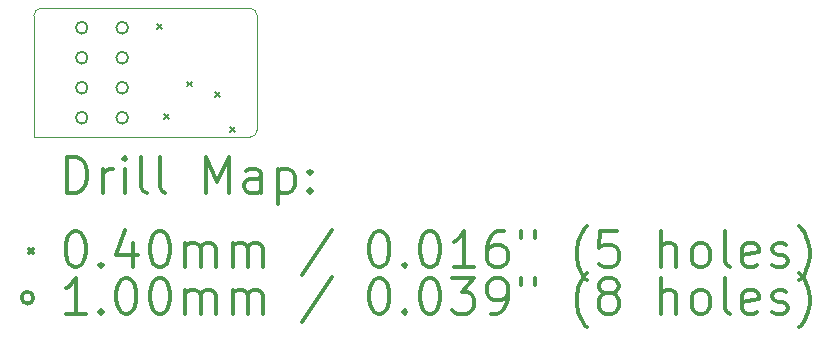
<source format=gbr>
%FSLAX45Y45*%
G04 Gerber Fmt 4.5, Leading zero omitted, Abs format (unit mm)*
G04 Created by KiCad (PCBNEW (5.1.6)-1) date 2025-01-10 10:07:42*
%MOMM*%
%LPD*%
G01*
G04 APERTURE LIST*
%TA.AperFunction,Profile*%
%ADD10C,0.050000*%
%TD*%
%ADD11C,0.200000*%
%ADD12C,0.300000*%
G04 APERTURE END LIST*
D10*
X14465300Y-8223250D02*
X16230600Y-8223250D01*
X16230600Y-8223250D02*
G75*
G02*
X16294100Y-8286750I0J-63500D01*
G01*
X16230600Y-9315450D02*
X14401800Y-9315450D01*
X16294100Y-9251950D02*
G75*
G02*
X16230600Y-9315450I-63500J0D01*
G01*
X14401800Y-9315450D02*
X14401800Y-8286750D01*
X14401800Y-8286750D02*
G75*
G02*
X14465300Y-8223250I63500J0D01*
G01*
X16294100Y-8286750D02*
X16294100Y-9251950D01*
D11*
X15448600Y-8355650D02*
X15488600Y-8395650D01*
X15488600Y-8355650D02*
X15448600Y-8395650D01*
X15505750Y-9117650D02*
X15545750Y-9157650D01*
X15545750Y-9117650D02*
X15505750Y-9157650D01*
X15702600Y-8844600D02*
X15742600Y-8884600D01*
X15742600Y-8844600D02*
X15702600Y-8884600D01*
X15937550Y-8933500D02*
X15977550Y-8973500D01*
X15977550Y-8933500D02*
X15937550Y-8973500D01*
X16064550Y-9232950D02*
X16104550Y-9272950D01*
X16104550Y-9232950D02*
X16064550Y-9272950D01*
X14858200Y-8388350D02*
G75*
G03*
X14858200Y-8388350I-50000J0D01*
G01*
X14858200Y-8642350D02*
G75*
G03*
X14858200Y-8642350I-50000J0D01*
G01*
X14858200Y-8896350D02*
G75*
G03*
X14858200Y-8896350I-50000J0D01*
G01*
X14858200Y-9150350D02*
G75*
G03*
X14858200Y-9150350I-50000J0D01*
G01*
X15201100Y-8388350D02*
G75*
G03*
X15201100Y-8388350I-50000J0D01*
G01*
X15201100Y-8642350D02*
G75*
G03*
X15201100Y-8642350I-50000J0D01*
G01*
X15201100Y-8896350D02*
G75*
G03*
X15201100Y-8896350I-50000J0D01*
G01*
X15201100Y-9150350D02*
G75*
G03*
X15201100Y-9150350I-50000J0D01*
G01*
D12*
X14685728Y-9783664D02*
X14685728Y-9483664D01*
X14757157Y-9483664D01*
X14800014Y-9497950D01*
X14828586Y-9526522D01*
X14842871Y-9555093D01*
X14857157Y-9612236D01*
X14857157Y-9655093D01*
X14842871Y-9712236D01*
X14828586Y-9740807D01*
X14800014Y-9769379D01*
X14757157Y-9783664D01*
X14685728Y-9783664D01*
X14985728Y-9783664D02*
X14985728Y-9583664D01*
X14985728Y-9640807D02*
X15000014Y-9612236D01*
X15014300Y-9597950D01*
X15042871Y-9583664D01*
X15071443Y-9583664D01*
X15171443Y-9783664D02*
X15171443Y-9583664D01*
X15171443Y-9483664D02*
X15157157Y-9497950D01*
X15171443Y-9512236D01*
X15185728Y-9497950D01*
X15171443Y-9483664D01*
X15171443Y-9512236D01*
X15357157Y-9783664D02*
X15328586Y-9769379D01*
X15314300Y-9740807D01*
X15314300Y-9483664D01*
X15514300Y-9783664D02*
X15485728Y-9769379D01*
X15471443Y-9740807D01*
X15471443Y-9483664D01*
X15857157Y-9783664D02*
X15857157Y-9483664D01*
X15957157Y-9697950D01*
X16057157Y-9483664D01*
X16057157Y-9783664D01*
X16328586Y-9783664D02*
X16328586Y-9626522D01*
X16314300Y-9597950D01*
X16285728Y-9583664D01*
X16228586Y-9583664D01*
X16200014Y-9597950D01*
X16328586Y-9769379D02*
X16300014Y-9783664D01*
X16228586Y-9783664D01*
X16200014Y-9769379D01*
X16185728Y-9740807D01*
X16185728Y-9712236D01*
X16200014Y-9683664D01*
X16228586Y-9669379D01*
X16300014Y-9669379D01*
X16328586Y-9655093D01*
X16471443Y-9583664D02*
X16471443Y-9883664D01*
X16471443Y-9597950D02*
X16500014Y-9583664D01*
X16557157Y-9583664D01*
X16585728Y-9597950D01*
X16600014Y-9612236D01*
X16614300Y-9640807D01*
X16614300Y-9726522D01*
X16600014Y-9755093D01*
X16585728Y-9769379D01*
X16557157Y-9783664D01*
X16500014Y-9783664D01*
X16471443Y-9769379D01*
X16742871Y-9755093D02*
X16757157Y-9769379D01*
X16742871Y-9783664D01*
X16728586Y-9769379D01*
X16742871Y-9755093D01*
X16742871Y-9783664D01*
X16742871Y-9597950D02*
X16757157Y-9612236D01*
X16742871Y-9626522D01*
X16728586Y-9612236D01*
X16742871Y-9597950D01*
X16742871Y-9626522D01*
X14359300Y-10257950D02*
X14399300Y-10297950D01*
X14399300Y-10257950D02*
X14359300Y-10297950D01*
X14742871Y-10113664D02*
X14771443Y-10113664D01*
X14800014Y-10127950D01*
X14814300Y-10142236D01*
X14828586Y-10170807D01*
X14842871Y-10227950D01*
X14842871Y-10299379D01*
X14828586Y-10356522D01*
X14814300Y-10385093D01*
X14800014Y-10399379D01*
X14771443Y-10413664D01*
X14742871Y-10413664D01*
X14714300Y-10399379D01*
X14700014Y-10385093D01*
X14685728Y-10356522D01*
X14671443Y-10299379D01*
X14671443Y-10227950D01*
X14685728Y-10170807D01*
X14700014Y-10142236D01*
X14714300Y-10127950D01*
X14742871Y-10113664D01*
X14971443Y-10385093D02*
X14985728Y-10399379D01*
X14971443Y-10413664D01*
X14957157Y-10399379D01*
X14971443Y-10385093D01*
X14971443Y-10413664D01*
X15242871Y-10213664D02*
X15242871Y-10413664D01*
X15171443Y-10099379D02*
X15100014Y-10313664D01*
X15285728Y-10313664D01*
X15457157Y-10113664D02*
X15485728Y-10113664D01*
X15514300Y-10127950D01*
X15528586Y-10142236D01*
X15542871Y-10170807D01*
X15557157Y-10227950D01*
X15557157Y-10299379D01*
X15542871Y-10356522D01*
X15528586Y-10385093D01*
X15514300Y-10399379D01*
X15485728Y-10413664D01*
X15457157Y-10413664D01*
X15428586Y-10399379D01*
X15414300Y-10385093D01*
X15400014Y-10356522D01*
X15385728Y-10299379D01*
X15385728Y-10227950D01*
X15400014Y-10170807D01*
X15414300Y-10142236D01*
X15428586Y-10127950D01*
X15457157Y-10113664D01*
X15685728Y-10413664D02*
X15685728Y-10213664D01*
X15685728Y-10242236D02*
X15700014Y-10227950D01*
X15728586Y-10213664D01*
X15771443Y-10213664D01*
X15800014Y-10227950D01*
X15814300Y-10256522D01*
X15814300Y-10413664D01*
X15814300Y-10256522D02*
X15828586Y-10227950D01*
X15857157Y-10213664D01*
X15900014Y-10213664D01*
X15928586Y-10227950D01*
X15942871Y-10256522D01*
X15942871Y-10413664D01*
X16085728Y-10413664D02*
X16085728Y-10213664D01*
X16085728Y-10242236D02*
X16100014Y-10227950D01*
X16128586Y-10213664D01*
X16171443Y-10213664D01*
X16200014Y-10227950D01*
X16214300Y-10256522D01*
X16214300Y-10413664D01*
X16214300Y-10256522D02*
X16228586Y-10227950D01*
X16257157Y-10213664D01*
X16300014Y-10213664D01*
X16328586Y-10227950D01*
X16342871Y-10256522D01*
X16342871Y-10413664D01*
X16928586Y-10099379D02*
X16671443Y-10485093D01*
X17314300Y-10113664D02*
X17342871Y-10113664D01*
X17371443Y-10127950D01*
X17385728Y-10142236D01*
X17400014Y-10170807D01*
X17414300Y-10227950D01*
X17414300Y-10299379D01*
X17400014Y-10356522D01*
X17385728Y-10385093D01*
X17371443Y-10399379D01*
X17342871Y-10413664D01*
X17314300Y-10413664D01*
X17285728Y-10399379D01*
X17271443Y-10385093D01*
X17257157Y-10356522D01*
X17242871Y-10299379D01*
X17242871Y-10227950D01*
X17257157Y-10170807D01*
X17271443Y-10142236D01*
X17285728Y-10127950D01*
X17314300Y-10113664D01*
X17542871Y-10385093D02*
X17557157Y-10399379D01*
X17542871Y-10413664D01*
X17528586Y-10399379D01*
X17542871Y-10385093D01*
X17542871Y-10413664D01*
X17742871Y-10113664D02*
X17771443Y-10113664D01*
X17800014Y-10127950D01*
X17814300Y-10142236D01*
X17828586Y-10170807D01*
X17842871Y-10227950D01*
X17842871Y-10299379D01*
X17828586Y-10356522D01*
X17814300Y-10385093D01*
X17800014Y-10399379D01*
X17771443Y-10413664D01*
X17742871Y-10413664D01*
X17714300Y-10399379D01*
X17700014Y-10385093D01*
X17685728Y-10356522D01*
X17671443Y-10299379D01*
X17671443Y-10227950D01*
X17685728Y-10170807D01*
X17700014Y-10142236D01*
X17714300Y-10127950D01*
X17742871Y-10113664D01*
X18128586Y-10413664D02*
X17957157Y-10413664D01*
X18042871Y-10413664D02*
X18042871Y-10113664D01*
X18014300Y-10156522D01*
X17985728Y-10185093D01*
X17957157Y-10199379D01*
X18385728Y-10113664D02*
X18328586Y-10113664D01*
X18300014Y-10127950D01*
X18285728Y-10142236D01*
X18257157Y-10185093D01*
X18242871Y-10242236D01*
X18242871Y-10356522D01*
X18257157Y-10385093D01*
X18271443Y-10399379D01*
X18300014Y-10413664D01*
X18357157Y-10413664D01*
X18385728Y-10399379D01*
X18400014Y-10385093D01*
X18414300Y-10356522D01*
X18414300Y-10285093D01*
X18400014Y-10256522D01*
X18385728Y-10242236D01*
X18357157Y-10227950D01*
X18300014Y-10227950D01*
X18271443Y-10242236D01*
X18257157Y-10256522D01*
X18242871Y-10285093D01*
X18528586Y-10113664D02*
X18528586Y-10170807D01*
X18642871Y-10113664D02*
X18642871Y-10170807D01*
X19085728Y-10527950D02*
X19071443Y-10513664D01*
X19042871Y-10470807D01*
X19028586Y-10442236D01*
X19014300Y-10399379D01*
X19000014Y-10327950D01*
X19000014Y-10270807D01*
X19014300Y-10199379D01*
X19028586Y-10156522D01*
X19042871Y-10127950D01*
X19071443Y-10085093D01*
X19085728Y-10070807D01*
X19342871Y-10113664D02*
X19200014Y-10113664D01*
X19185728Y-10256522D01*
X19200014Y-10242236D01*
X19228586Y-10227950D01*
X19300014Y-10227950D01*
X19328586Y-10242236D01*
X19342871Y-10256522D01*
X19357157Y-10285093D01*
X19357157Y-10356522D01*
X19342871Y-10385093D01*
X19328586Y-10399379D01*
X19300014Y-10413664D01*
X19228586Y-10413664D01*
X19200014Y-10399379D01*
X19185728Y-10385093D01*
X19714300Y-10413664D02*
X19714300Y-10113664D01*
X19842871Y-10413664D02*
X19842871Y-10256522D01*
X19828586Y-10227950D01*
X19800014Y-10213664D01*
X19757157Y-10213664D01*
X19728586Y-10227950D01*
X19714300Y-10242236D01*
X20028586Y-10413664D02*
X20000014Y-10399379D01*
X19985728Y-10385093D01*
X19971443Y-10356522D01*
X19971443Y-10270807D01*
X19985728Y-10242236D01*
X20000014Y-10227950D01*
X20028586Y-10213664D01*
X20071443Y-10213664D01*
X20100014Y-10227950D01*
X20114300Y-10242236D01*
X20128586Y-10270807D01*
X20128586Y-10356522D01*
X20114300Y-10385093D01*
X20100014Y-10399379D01*
X20071443Y-10413664D01*
X20028586Y-10413664D01*
X20300014Y-10413664D02*
X20271443Y-10399379D01*
X20257157Y-10370807D01*
X20257157Y-10113664D01*
X20528586Y-10399379D02*
X20500014Y-10413664D01*
X20442871Y-10413664D01*
X20414300Y-10399379D01*
X20400014Y-10370807D01*
X20400014Y-10256522D01*
X20414300Y-10227950D01*
X20442871Y-10213664D01*
X20500014Y-10213664D01*
X20528586Y-10227950D01*
X20542871Y-10256522D01*
X20542871Y-10285093D01*
X20400014Y-10313664D01*
X20657157Y-10399379D02*
X20685728Y-10413664D01*
X20742871Y-10413664D01*
X20771443Y-10399379D01*
X20785728Y-10370807D01*
X20785728Y-10356522D01*
X20771443Y-10327950D01*
X20742871Y-10313664D01*
X20700014Y-10313664D01*
X20671443Y-10299379D01*
X20657157Y-10270807D01*
X20657157Y-10256522D01*
X20671443Y-10227950D01*
X20700014Y-10213664D01*
X20742871Y-10213664D01*
X20771443Y-10227950D01*
X20885728Y-10527950D02*
X20900014Y-10513664D01*
X20928586Y-10470807D01*
X20942871Y-10442236D01*
X20957157Y-10399379D01*
X20971443Y-10327950D01*
X20971443Y-10270807D01*
X20957157Y-10199379D01*
X20942871Y-10156522D01*
X20928586Y-10127950D01*
X20900014Y-10085093D01*
X20885728Y-10070807D01*
X14399300Y-10673950D02*
G75*
G03*
X14399300Y-10673950I-50000J0D01*
G01*
X14842871Y-10809664D02*
X14671443Y-10809664D01*
X14757157Y-10809664D02*
X14757157Y-10509664D01*
X14728586Y-10552522D01*
X14700014Y-10581093D01*
X14671443Y-10595379D01*
X14971443Y-10781093D02*
X14985728Y-10795379D01*
X14971443Y-10809664D01*
X14957157Y-10795379D01*
X14971443Y-10781093D01*
X14971443Y-10809664D01*
X15171443Y-10509664D02*
X15200014Y-10509664D01*
X15228586Y-10523950D01*
X15242871Y-10538236D01*
X15257157Y-10566807D01*
X15271443Y-10623950D01*
X15271443Y-10695379D01*
X15257157Y-10752522D01*
X15242871Y-10781093D01*
X15228586Y-10795379D01*
X15200014Y-10809664D01*
X15171443Y-10809664D01*
X15142871Y-10795379D01*
X15128586Y-10781093D01*
X15114300Y-10752522D01*
X15100014Y-10695379D01*
X15100014Y-10623950D01*
X15114300Y-10566807D01*
X15128586Y-10538236D01*
X15142871Y-10523950D01*
X15171443Y-10509664D01*
X15457157Y-10509664D02*
X15485728Y-10509664D01*
X15514300Y-10523950D01*
X15528586Y-10538236D01*
X15542871Y-10566807D01*
X15557157Y-10623950D01*
X15557157Y-10695379D01*
X15542871Y-10752522D01*
X15528586Y-10781093D01*
X15514300Y-10795379D01*
X15485728Y-10809664D01*
X15457157Y-10809664D01*
X15428586Y-10795379D01*
X15414300Y-10781093D01*
X15400014Y-10752522D01*
X15385728Y-10695379D01*
X15385728Y-10623950D01*
X15400014Y-10566807D01*
X15414300Y-10538236D01*
X15428586Y-10523950D01*
X15457157Y-10509664D01*
X15685728Y-10809664D02*
X15685728Y-10609664D01*
X15685728Y-10638236D02*
X15700014Y-10623950D01*
X15728586Y-10609664D01*
X15771443Y-10609664D01*
X15800014Y-10623950D01*
X15814300Y-10652522D01*
X15814300Y-10809664D01*
X15814300Y-10652522D02*
X15828586Y-10623950D01*
X15857157Y-10609664D01*
X15900014Y-10609664D01*
X15928586Y-10623950D01*
X15942871Y-10652522D01*
X15942871Y-10809664D01*
X16085728Y-10809664D02*
X16085728Y-10609664D01*
X16085728Y-10638236D02*
X16100014Y-10623950D01*
X16128586Y-10609664D01*
X16171443Y-10609664D01*
X16200014Y-10623950D01*
X16214300Y-10652522D01*
X16214300Y-10809664D01*
X16214300Y-10652522D02*
X16228586Y-10623950D01*
X16257157Y-10609664D01*
X16300014Y-10609664D01*
X16328586Y-10623950D01*
X16342871Y-10652522D01*
X16342871Y-10809664D01*
X16928586Y-10495379D02*
X16671443Y-10881093D01*
X17314300Y-10509664D02*
X17342871Y-10509664D01*
X17371443Y-10523950D01*
X17385728Y-10538236D01*
X17400014Y-10566807D01*
X17414300Y-10623950D01*
X17414300Y-10695379D01*
X17400014Y-10752522D01*
X17385728Y-10781093D01*
X17371443Y-10795379D01*
X17342871Y-10809664D01*
X17314300Y-10809664D01*
X17285728Y-10795379D01*
X17271443Y-10781093D01*
X17257157Y-10752522D01*
X17242871Y-10695379D01*
X17242871Y-10623950D01*
X17257157Y-10566807D01*
X17271443Y-10538236D01*
X17285728Y-10523950D01*
X17314300Y-10509664D01*
X17542871Y-10781093D02*
X17557157Y-10795379D01*
X17542871Y-10809664D01*
X17528586Y-10795379D01*
X17542871Y-10781093D01*
X17542871Y-10809664D01*
X17742871Y-10509664D02*
X17771443Y-10509664D01*
X17800014Y-10523950D01*
X17814300Y-10538236D01*
X17828586Y-10566807D01*
X17842871Y-10623950D01*
X17842871Y-10695379D01*
X17828586Y-10752522D01*
X17814300Y-10781093D01*
X17800014Y-10795379D01*
X17771443Y-10809664D01*
X17742871Y-10809664D01*
X17714300Y-10795379D01*
X17700014Y-10781093D01*
X17685728Y-10752522D01*
X17671443Y-10695379D01*
X17671443Y-10623950D01*
X17685728Y-10566807D01*
X17700014Y-10538236D01*
X17714300Y-10523950D01*
X17742871Y-10509664D01*
X17942871Y-10509664D02*
X18128586Y-10509664D01*
X18028586Y-10623950D01*
X18071443Y-10623950D01*
X18100014Y-10638236D01*
X18114300Y-10652522D01*
X18128586Y-10681093D01*
X18128586Y-10752522D01*
X18114300Y-10781093D01*
X18100014Y-10795379D01*
X18071443Y-10809664D01*
X17985728Y-10809664D01*
X17957157Y-10795379D01*
X17942871Y-10781093D01*
X18271443Y-10809664D02*
X18328586Y-10809664D01*
X18357157Y-10795379D01*
X18371443Y-10781093D01*
X18400014Y-10738236D01*
X18414300Y-10681093D01*
X18414300Y-10566807D01*
X18400014Y-10538236D01*
X18385728Y-10523950D01*
X18357157Y-10509664D01*
X18300014Y-10509664D01*
X18271443Y-10523950D01*
X18257157Y-10538236D01*
X18242871Y-10566807D01*
X18242871Y-10638236D01*
X18257157Y-10666807D01*
X18271443Y-10681093D01*
X18300014Y-10695379D01*
X18357157Y-10695379D01*
X18385728Y-10681093D01*
X18400014Y-10666807D01*
X18414300Y-10638236D01*
X18528586Y-10509664D02*
X18528586Y-10566807D01*
X18642871Y-10509664D02*
X18642871Y-10566807D01*
X19085728Y-10923950D02*
X19071443Y-10909664D01*
X19042871Y-10866807D01*
X19028586Y-10838236D01*
X19014300Y-10795379D01*
X19000014Y-10723950D01*
X19000014Y-10666807D01*
X19014300Y-10595379D01*
X19028586Y-10552522D01*
X19042871Y-10523950D01*
X19071443Y-10481093D01*
X19085728Y-10466807D01*
X19242871Y-10638236D02*
X19214300Y-10623950D01*
X19200014Y-10609664D01*
X19185728Y-10581093D01*
X19185728Y-10566807D01*
X19200014Y-10538236D01*
X19214300Y-10523950D01*
X19242871Y-10509664D01*
X19300014Y-10509664D01*
X19328586Y-10523950D01*
X19342871Y-10538236D01*
X19357157Y-10566807D01*
X19357157Y-10581093D01*
X19342871Y-10609664D01*
X19328586Y-10623950D01*
X19300014Y-10638236D01*
X19242871Y-10638236D01*
X19214300Y-10652522D01*
X19200014Y-10666807D01*
X19185728Y-10695379D01*
X19185728Y-10752522D01*
X19200014Y-10781093D01*
X19214300Y-10795379D01*
X19242871Y-10809664D01*
X19300014Y-10809664D01*
X19328586Y-10795379D01*
X19342871Y-10781093D01*
X19357157Y-10752522D01*
X19357157Y-10695379D01*
X19342871Y-10666807D01*
X19328586Y-10652522D01*
X19300014Y-10638236D01*
X19714300Y-10809664D02*
X19714300Y-10509664D01*
X19842871Y-10809664D02*
X19842871Y-10652522D01*
X19828586Y-10623950D01*
X19800014Y-10609664D01*
X19757157Y-10609664D01*
X19728586Y-10623950D01*
X19714300Y-10638236D01*
X20028586Y-10809664D02*
X20000014Y-10795379D01*
X19985728Y-10781093D01*
X19971443Y-10752522D01*
X19971443Y-10666807D01*
X19985728Y-10638236D01*
X20000014Y-10623950D01*
X20028586Y-10609664D01*
X20071443Y-10609664D01*
X20100014Y-10623950D01*
X20114300Y-10638236D01*
X20128586Y-10666807D01*
X20128586Y-10752522D01*
X20114300Y-10781093D01*
X20100014Y-10795379D01*
X20071443Y-10809664D01*
X20028586Y-10809664D01*
X20300014Y-10809664D02*
X20271443Y-10795379D01*
X20257157Y-10766807D01*
X20257157Y-10509664D01*
X20528586Y-10795379D02*
X20500014Y-10809664D01*
X20442871Y-10809664D01*
X20414300Y-10795379D01*
X20400014Y-10766807D01*
X20400014Y-10652522D01*
X20414300Y-10623950D01*
X20442871Y-10609664D01*
X20500014Y-10609664D01*
X20528586Y-10623950D01*
X20542871Y-10652522D01*
X20542871Y-10681093D01*
X20400014Y-10709664D01*
X20657157Y-10795379D02*
X20685728Y-10809664D01*
X20742871Y-10809664D01*
X20771443Y-10795379D01*
X20785728Y-10766807D01*
X20785728Y-10752522D01*
X20771443Y-10723950D01*
X20742871Y-10709664D01*
X20700014Y-10709664D01*
X20671443Y-10695379D01*
X20657157Y-10666807D01*
X20657157Y-10652522D01*
X20671443Y-10623950D01*
X20700014Y-10609664D01*
X20742871Y-10609664D01*
X20771443Y-10623950D01*
X20885728Y-10923950D02*
X20900014Y-10909664D01*
X20928586Y-10866807D01*
X20942871Y-10838236D01*
X20957157Y-10795379D01*
X20971443Y-10723950D01*
X20971443Y-10666807D01*
X20957157Y-10595379D01*
X20942871Y-10552522D01*
X20928586Y-10523950D01*
X20900014Y-10481093D01*
X20885728Y-10466807D01*
M02*

</source>
